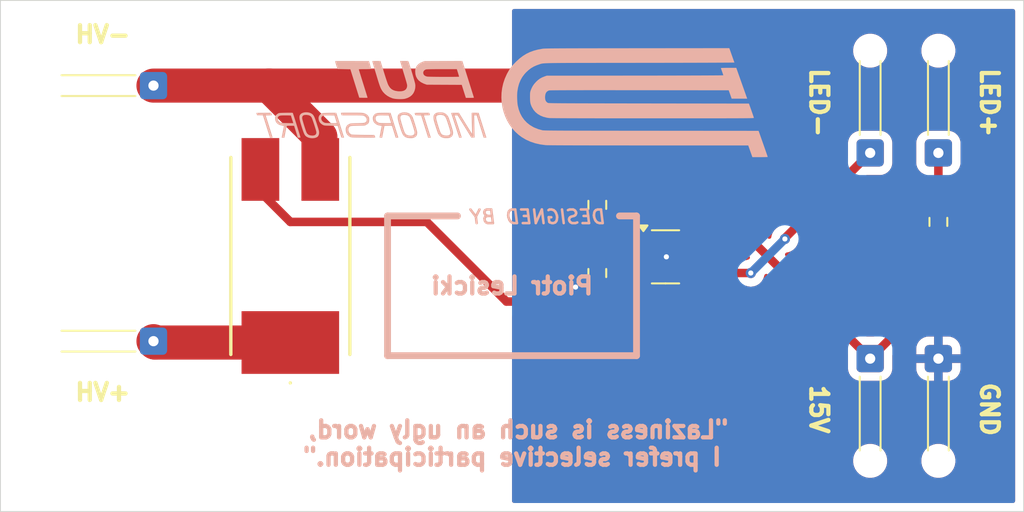
<source format=kicad_pcb>
(kicad_pcb (version 20240108) (generator "pcbnew") (generator_version "8.0")
  (layers (0 "F.Cu" signal) (31 "B.Cu" signal) (34 "B.Paste" user) (35 "F.Paste" user) (36 "B.SilkS" user "B.Silkscreen") (37 "F.SilkS" user "F.Silkscreen") (38 "B.Mask" user) (39 "F.Mask" user) (44 "Edge.Cuts" user))
  (net 0 "")
  (net 1 "/HV+")
  (net 2 "/15V+")
  (net 3 "/GND")
  (net 4 "/LED_POW")
  (net 5 "/LED_SINK")
  (net 6 "/REF")
  (net 7 "/HV_MES")
  (footprint "Connector_Wire:SolderWire-0.1sqmm_1x01_D0.4mm_OD1mm_Relief" (layer "F.Cu") (at 98.975 70 -90)
    (property "Reference" "J11" (hide yes))
    (property "Value" "PCB_PAD")
    (pad "" np_thru_hole circle (at 0 6 270) (size 1.5 1.5) (drill 1.5) (layers "*.Cu" "*.Mask"))
    (pad "1" thru_hole roundrect (at 0 0 270) (size 1.6 1.6) (drill 0.6) (layers "*.Cu" "*.Mask") (roundrect_rratio 0.15625) (net 1 "/HV+"))
  )
  (footprint "Connector_Wire:SolderWire-0.1sqmm_1x01_D0.4mm_OD1mm_Relief" (layer "F.Cu") (at 98.975 55 -90)
    (property "Reference" "J12" (hide yes))
    (property "Value" "PCB_PAD")
    (pad "" np_thru_hole circle (at 0 6 270) (size 1.5 1.5) (drill 1.5) (layers "*.Cu" "*.Mask"))
    (pad "1" thru_hole roundrect (at 0 0 270) (size 1.6 1.6) (drill 0.6) (layers "*.Cu" "*.Mask") (roundrect_rratio 0.15625) (net 3 "/GND"))
  )
  (footprint "Connector_Wire:SolderWire-0.1sqmm_1x01_D0.4mm_OD1mm_Relief" (layer "F.Cu") (at 141 58.95 180)
    (property "Reference" "J20" (hide yes))
    (property "Value" "PCB_PAD")
    (pad "" np_thru_hole circle (at 0 6 180) (size 1.5 1.5) (drill 1.5) (layers "*.Cu" "*.Mask"))
    (pad "1" thru_hole roundrect (at 0 0 180) (size 1.6 1.6) (drill 0.6) (layers "*.Cu" "*.Mask") (roundrect_rratio 0.15625) (net 5 "/LED_SINK"))
  )
  (footprint "Resistor_SMD:R_0603_1608Metric" (layer "F.Cu") (at 145 63 90)
    (property "Reference" "R1" (hide yes))
    (property "Value" "1k")
    (pad "1" smd roundrect (at -0.825 0 90) (size 0.8 0.95) (layers "F.Cu" "F.Paste" "F.Mask") (net 2 "/15V+"))
    (pad "2" smd roundrect (at 0.825 0 90) (size 0.8 0.95) (layers "F.Cu" "F.Paste" "F.Mask") (net 4 "/LED_POW"))
  )
  (footprint "Connector_Wire:SolderWire-0.1sqmm_1x01_D0.4mm_OD1mm_Relief" (layer "F.Cu") (at 145 58.95 180)
    (property "Reference" "J17" (hide yes))
    (property "Value" "PCB_PAD")
    (pad "" np_thru_hole circle (at 0 6 180) (size 1.5 1.5) (drill 1.5) (layers "*.Cu" "*.Mask"))
    (pad "1" thru_hole roundrect (at 0 0 180) (size 1.6 1.6) (drill 0.6) (layers "*.Cu" "*.Mask") (roundrect_rratio 0.15625) (net 4 "/LED_POW"))
  )
  (footprint "Resistor_SMD:R_0603_1608Metric" (layer "F.Cu") (at 125 66 -90)
    (property "Reference" "R3" (hide yes))
    (property "Value" "1k")
    (pad "1" smd roundrect (at -0.825 0 270) (size 0.8 0.95) (layers "F.Cu" "F.Paste" "F.Mask") (net 6 "/REF"))
    (pad "2" smd roundrect (at 0.825 0 270) (size 0.8 0.95) (layers "F.Cu" "F.Paste" "F.Mask") (net 3 "/GND"))
  )
  (footprint "Connector_Wire:SolderWire-0.1sqmm_1x01_D0.4mm_OD1mm_Relief" (layer "F.Cu") (at 141 71.025)
    (property "Reference" "J15" (hide yes))
    (property "Value" "PCB_PAD")
    (pad "" np_thru_hole circle (at 0 6) (size 1.5 1.5) (drill 1.5) (layers "*.Cu" "*.Mask"))
    (pad "1" thru_hole roundrect (at 0 0) (size 1.6 1.6) (drill 0.6) (layers "*.Cu" "*.Mask") (roundrect_rratio 0.15625) (net 2 "/15V+"))
  )
  (footprint "footprints:CDMM20M0F2500DET" (layer "F.Cu") (at 107 65 -90)
    (property "Reference" "RD1" (hide yes))
    (property "Value" "CDMM20M0F2500DET" (hide yes))
    (pad "1" smd rect (at 5.08 0 270) (size 3.68 5.72) (layers "F.Cu" "F.Paste" "F.Mask") (net 1 "/HV+"))
    (pad "2" smd rect (at -5.08 -1.755) (size 2.21 3.68) (layers "F.Cu" "F.Paste" "F.Mask") (net 3 "/GND"))
    (pad "3" smd rect (at -5.08 1.755) (size 2.21 3.68) (layers "F.Cu" "F.Paste" "F.Mask") (net 7 "/HV_MES"))
  )
  (footprint "Package_TO_SOT_SMD:SOT-23-5" (layer "F.Cu") (at 129 65.05)
    (property "Reference" "U1" (hide yes))
    (property "Value" "LM321")
    (pad "1" smd roundrect (at -1.1375 -0.95) (size 1.325 0.6) (layers "F.Cu" "F.Paste" "F.Mask") (net 6 "/REF"))
    (pad "2" smd roundrect (at -1.1375 0) (size 1.325 0.6) (layers "F.Cu" "F.Paste" "F.Mask") (net 3 "/GND"))
    (pad "3" smd roundrect (at -1.1375 0.95) (size 1.325 0.6) (layers "F.Cu" "F.Paste" "F.Mask") (net 7 "/HV_MES"))
    (pad "4" smd roundrect (at 1.1375 0.95) (size 1.325 0.6) (layers "F.Cu" "F.Paste" "F.Mask") (net 5 "/LED_SINK"))
    (pad "5" smd roundrect (at 1.1375 -0.95) (size 1.325 0.6) (layers "F.Cu" "F.Paste" "F.Mask") (net 2 "/15V+"))
  )
  (footprint "Resistor_SMD:R_0603_1608Metric" (layer "F.Cu") (at 125 62 -90)
    (property "Reference" "R2" (hide yes))
    (property "Value" "67k")
    (pad "1" smd roundrect (at -0.825 0 270) (size 0.8 0.95) (layers "F.Cu" "F.Paste" "F.Mask") (net 2 "/15V+"))
    (pad "2" smd roundrect (at 0.825 0 270) (size 0.8 0.95) (layers "F.Cu" "F.Paste" "F.Mask") (net 6 "/REF"))
  )
  (footprint "Connector_Wire:SolderWire-0.1sqmm_1x01_D0.4mm_OD1mm_Relief" (layer "F.Cu") (at 145 71.025)
    (property "Reference" "J16" (hide yes))
    (property "Value" "PCB_PAD")
    (pad "" np_thru_hole circle (at 0 6) (size 1.5 1.5) (drill 1.5) (layers "*.Cu" "*.Mask"))
    (pad "1" thru_hole roundrect (at 0 0) (size 1.6 1.6) (drill 0.6) (layers "*.Cu" "*.Mask") (roundrect_rratio 0.15625) (net 3 "/GND"))
  )
  (footprint "footprints:PUTM_Signature_Box_15mm" (layer "B.Cu") (at 120 67 180)
    (property "Reference" "G***" (hide yes))
    (property "Value" "LOGO" (hide yes))
    (fp_text user "Piotr Lesicki" (at 0 0.25 0) (layer "B.SilkS") (effects (font (thickness 0.25) (bold yes)) (justify mirror)))
    (fp_text user "DESIGNED BY" (at -5.6 3.825 0) (layer "B.SilkS") (effects (font (size 0.8 0.8) (thickness 0.15) (bold yes) (italic yes)) (justify left bottom mirror)))
  )
  (footprint "footprints:PUTM_Logo_Text_30mm" (layer "B.Cu") (at 120 56 180)
    (property "Reference" "G***" (hide yes))
    (property "Value" "LOGO" (hide yes))
  )
  (gr_rect (start 90 50) (end 150 80) (stroke (width 0.05)) (fill none) (layer "Edge.Cuts"))
  (gr_text "{dblquote}Laziness is such an ugly word, \nI prefer selective participation.{dblquote}" (at 120 76 0) (layer "B.SilkS") (effects (font (size 1 1) (thickness 0.25) (bold yes)) (justify mirror)))
  (gr_text "LED+" (at 148 56 270) (layer "F.SilkS") (effects (font (size 1 1) (thickness 0.25) (bold yes))))
  (gr_text "HV-" (at 96 52 0) (layer "F.SilkS") (effects (font (size 1 1) (thickness 0.25) (bold yes))))
  (gr_text "LED-" (at 138 56 270) (layer "F.SilkS") (effects (font (size 1 1) (thickness 0.25) (bold yes))))
  (gr_text "HV+" (at 96 73 0) (layer "F.SilkS") (effects (font (size 1 1) (thickness 0.25) (bold yes))))
  (gr_text "15V" (at 138 74 270) (layer "F.SilkS") (effects (font (size 1 1) (thickness 0.25) (bold yes))))
  (gr_text "GND" (at 148 74 270) (layer "F.SilkS") (effects (font (size 1 1) (thickness 0.25) (bold yes))))
  (segment (start 107 70.08) (end 99.055 70.08) (width 2) (layer "F.Cu") (net 1))
  (segment (start 99.055 70.08) (end 98.975 70) (width 2) (layer "F.Cu") (net 1))
  (segment (start 127.2125 61.175) (end 130.1375 64.1) (width 0.5) (layer "F.Cu") (net 2))
  (segment (start 134.075 64.1) (end 141 71.025) (width 0.5) (layer "F.Cu") (net 2))
  (segment (start 125 61.175) (end 127.2125 61.175) (width 0.5) (layer "F.Cu") (net 2))
  (segment (start 130.1375 64.1) (end 134.075 64.1) (width 0.5) (layer "F.Cu") (net 2))
  (segment (start 145 67.025) (end 141 71.025) (width 0.5) (layer "F.Cu") (net 2))
  (segment (start 145 63.825) (end 145 67.025) (width 0.5) (layer "F.Cu") (net 2))
  (segment (start 123.725 66.825) (end 125 66.825) (width 0.5) (layer "F.Cu") (net 3))
  (segment (start 108.755 58) (end 105.755 55) (width 2) (layer "F.Cu") (net 3))
  (segment (start 98.975 55) (end 105.755 55) (width 2) (layer "F.Cu") (net 3))
  (segment (start 105.755 55) (end 122 55) (width 2) (layer "F.Cu") (net 3))
  (segment (start 108.755 59.92) (end 108.755 58) (width 2) (layer "F.Cu") (net 3))
  (segment (start 129.05 65.05) (end 127.8625 65.05) (width 0.5) (layer "F.Cu") (net 3))
  (via (at 123.725 66.825) (size 0.6) (drill 0.3) (layers "F.Cu" "B.Cu") (net 3))
  (via (at 129.05 65.05) (size 0.6) (drill 0.3) (layers "F.Cu" "B.Cu") (net 3))
  (segment (start 145 62.175) (end 145 58.95) (width 0.5) (layer "F.Cu") (net 4))
  (segment (start 134 66) (end 130.1375 66) (width 0.5) (layer "F.Cu") (net 5))
  (segment (start 141 58.95) (end 136 63.95) (width 0.5) (layer "F.Cu") (net 5))
  (segment (start 136 63.95) (end 136 64) (width 0.5) (layer "F.Cu") (net 5))
  (via (at 134 66) (size 0.6) (drill 0.3) (layers "F.Cu" "B.Cu") (net 5))
  (via (at 136 64) (size 0.6) (drill 0.3) (layers "F.Cu" "B.Cu") (net 5))
  (segment (start 136 64) (end 134 66) (width 0.5) (layer "B.Cu") (net 5))
  (segment (start 125 62.825) (end 125 64) (width 0.5) (layer "F.Cu") (net 6))
  (segment (start 127.8625 64.1) (end 125.1 64.1) (width 0.5) (layer "F.Cu") (net 6))
  (segment (start 125 64) (end 125 65.175) (width 0.5) (layer "F.Cu") (net 6))
  (segment (start 125.1 64.1) (end 125 64) (width 0.5) (layer "F.Cu") (net 6))
  (segment (start 107 63) (end 115 63) (width 0.5) (layer "F.Cu") (net 7))
  (segment (start 115 63) (end 119.675 67.675) (width 0.5) (layer "F.Cu") (net 7))
  (segment (start 126.1875 67.675) (end 127.8625 66) (width 0.5) (layer "F.Cu") (net 7))
  (segment (start 119.675 67.675) (end 126.1875 67.675) (width 0.5) (layer "F.Cu") (net 7))
  (segment (start 105.245 61.245) (end 107 63) (width 0.5) (layer "F.Cu") (net 7))
  (segment (start 105.245 59.92) (end 105.245 61.245) (width 0.5) (layer "F.Cu") (net 7))
  (zone (net 3) (net_name "/GND") (layers "F&B.Cu") (connect_pads (clearance 0.5)) (min_thickness 0.25) (fill yes (thermal_gap 0.5) (thermal_bridge_width 0.5))
    (polygon (pts (xy 120 50) (xy 120 80) (xy 150 80) (xy 150 50)))
  )
)
</source>
